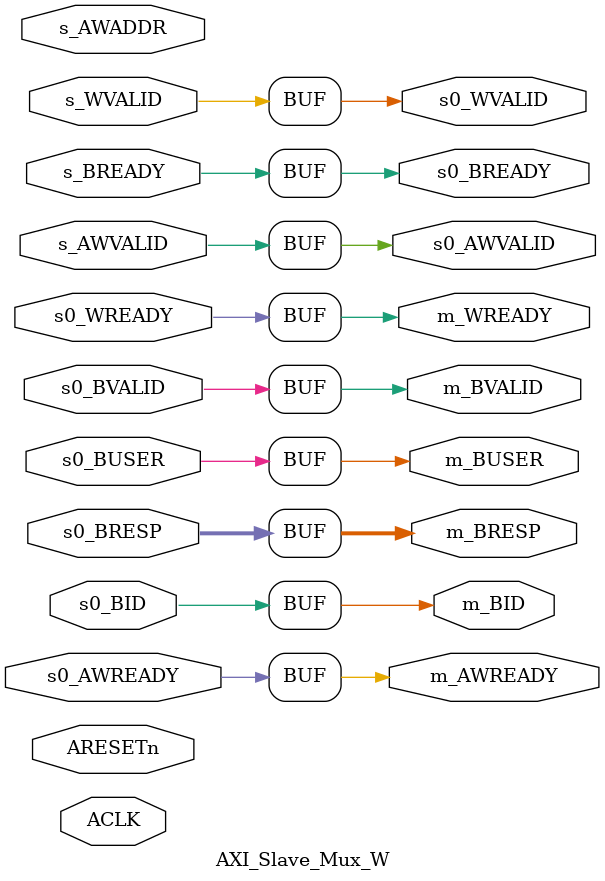
<source format=sv>

`timescale 1ns/1ns

module AXI_Slave_Mux_W#(
    parameter   DATA_WIDTH  = 32,
                ADDR_WIDTH  = 32,
                ID_WIDTH    = 1,
                USER_WIDTH  = 1
)(
	/********* 时钟&复位 *********/
	input                       ACLK,
	input      	                ARESETn,
    /********** 0号从机 **********/
    //写地址通道
    output reg                  s0_AWVALID,
    input	   	                s0_AWREADY,
    //写数据通道
    output reg                  s0_WVALID,
    input	  		            s0_WREADY,
    //写响应通道
	input	   [ID_WIDTH-1:0]	s0_BID,
	input	   [1:0]	        s0_BRESP,
	input	   [USER_WIDTH-1:0] s0_BUSER,
	input	     		        s0_BVALID,
    output reg                  s0_BREADY,
    
    /******** 主控通用信号 ********/
    //写地址通道
    output reg 	                m_AWREADY,
    //写数据通道
    output reg		            m_WREADY,
    //写响应通道
	output reg [ID_WIDTH-1:0]	m_BID,
	output reg [1:0]	        m_BRESP,
	output reg [USER_WIDTH-1:0] m_BUSER,
	output reg   		        m_BVALID,
    /******** 从机通用信号 ********/
    //写地址通道
    input     [ADDR_WIDTH-1:0]	s_AWADDR,
    input                       s_AWVALID,
    //写数据通道
    input                       s_WVALID,
    //写响应通道
    input                       s_BREADY    
);

    //=========================================================
    //常量定义
    parameter   TCO     =   1;  //寄存器延时

    //=========================================================
    //写地址寄存
    logic [31:0]    awaddr;     //写地址寄存器

    always_ff@(posedge ACLK, negedge ARESETn)begin
        if(!ARESETn)
            awaddr <= #TCO '0;
        else if(s_AWVALID)                  //写地址握手信号启动时寄存写地址
            awaddr <= #TCO s_AWADDR;
        else
            awaddr <= #TCO awaddr;
    end



    //=========================================================
    //写入通路的多路复用从机信号

    //---------------------------------------------------------
    //其他信号复用
    always_comb begin
        m_AWREADY   = s0_AWREADY;
        m_WREADY    = s0_WREADY;
        m_BID       = s0_BID;
        m_BRESP     = s0_BRESP;
        m_BUSER     = s0_BUSER;
        m_BVALID    = s0_BVALID;
    end

    //---------------------------------------------------------
    //AWVALID信号复用
    always_comb begin
        s0_AWVALID  = s_AWVALID;
    end

    //---------------------------------------------------------
    //BREADY信号复用
    always_comb begin
        s0_BREADY  = s_BREADY;

    end

    //---------------------------------------------------------
    //WVALID信号复用
    always_comb begin
        s0_WVALID  = s_WVALID;
    end


endmodule
</source>
